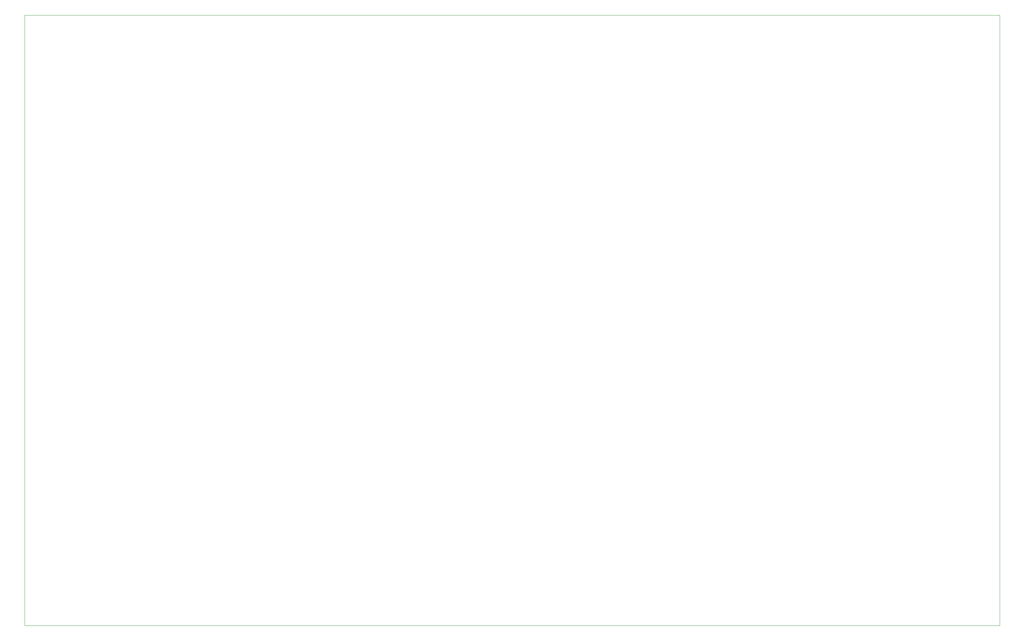
<source format=gbr>
G04 #@! TF.GenerationSoftware,KiCad,Pcbnew,(5.1.2)-1*
G04 #@! TF.CreationDate,2019-06-24T23:23:43+09:00*
G04 #@! TF.ProjectId,STM32F4____,53544d33-3246-4341-9c1c-f4dc2e6b6963,rev?*
G04 #@! TF.SameCoordinates,PXa57dbf49PYb7601c90*
G04 #@! TF.FileFunction,Profile,NP*
%FSLAX46Y46*%
G04 Gerber Fmt 4.6, Leading zero omitted, Abs format (unit mm)*
G04 Created by KiCad (PCBNEW (5.1.2)-1) date 2019-06-24 23:23:43*
%MOMM*%
%LPD*%
G04 APERTURE LIST*
%ADD10C,0.050000*%
G04 APERTURE END LIST*
D10*
X1799155687Y-1243838000D02*
X1796615687Y-1243838000D01*
X1799155687Y-1289558000D02*
X1799155687Y-1243838000D01*
X1636595687Y-1243838000D02*
X1796615687Y-1243838000D01*
X1537535687Y-1243838000D02*
X1537535687Y-1245108000D01*
X1636595687Y-1243838000D02*
X1537535687Y-1243838000D01*
X1537535687Y-1407668000D02*
X1537535687Y-1245108000D01*
X1677235687Y-1407668000D02*
X1537535687Y-1407668000D01*
X1799155687Y-1407668000D02*
X1795345687Y-1407668000D01*
X1799155687Y-1294638000D02*
X1799155687Y-1407668000D01*
X1799155687Y-1289558000D02*
X1799155687Y-1294638000D01*
X1773755687Y-1407668000D02*
X1795345687Y-1407668000D01*
X1755975687Y-1407668000D02*
X1773755687Y-1407668000D01*
X1745815687Y-1407668000D02*
X1755975687Y-1407668000D01*
X1720415687Y-1407668000D02*
X1745815687Y-1407668000D01*
X1686125687Y-1407668000D02*
X1720415687Y-1407668000D01*
X1677235687Y-1407668000D02*
X1686125687Y-1407668000D01*
M02*

</source>
